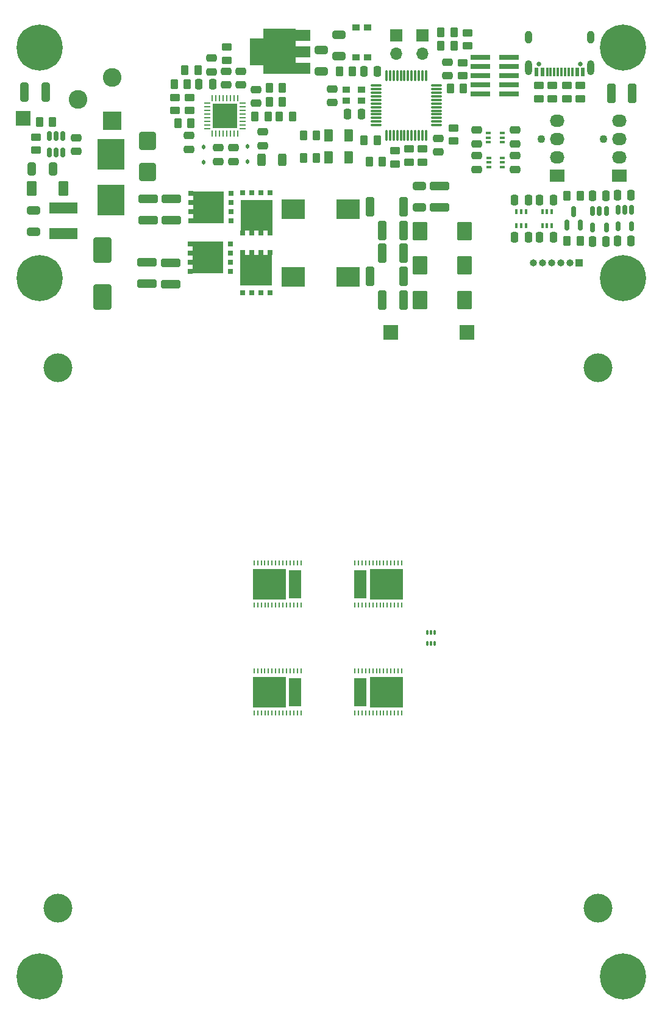
<source format=gts>
G04 #@! TF.GenerationSoftware,KiCad,Pcbnew,7.0.7-7.0.7~ubuntu22.04.1*
G04 #@! TF.CreationDate,2024-03-12T11:13:49+01:00*
G04 #@! TF.ProjectId,qaxe,71617865-2e6b-4696-9361-645f70636258,rev?*
G04 #@! TF.SameCoordinates,Original*
G04 #@! TF.FileFunction,Soldermask,Top*
G04 #@! TF.FilePolarity,Negative*
%FSLAX46Y46*%
G04 Gerber Fmt 4.6, Leading zero omitted, Abs format (unit mm)*
G04 Created by KiCad (PCBNEW 7.0.7-7.0.7~ubuntu22.04.1) date 2024-03-12 11:13:49*
%MOMM*%
%LPD*%
G01*
G04 APERTURE LIST*
G04 Aperture macros list*
%AMRoundRect*
0 Rectangle with rounded corners*
0 $1 Rounding radius*
0 $2 $3 $4 $5 $6 $7 $8 $9 X,Y pos of 4 corners*
0 Add a 4 corners polygon primitive as box body*
4,1,4,$2,$3,$4,$5,$6,$7,$8,$9,$2,$3,0*
0 Add four circle primitives for the rounded corners*
1,1,$1+$1,$2,$3*
1,1,$1+$1,$4,$5*
1,1,$1+$1,$6,$7*
1,1,$1+$1,$8,$9*
0 Add four rect primitives between the rounded corners*
20,1,$1+$1,$2,$3,$4,$5,0*
20,1,$1+$1,$4,$5,$6,$7,0*
20,1,$1+$1,$6,$7,$8,$9,0*
20,1,$1+$1,$8,$9,$2,$3,0*%
G04 Aperture macros list end*
%ADD10RoundRect,0.250000X-0.475000X0.250000X-0.475000X-0.250000X0.475000X-0.250000X0.475000X0.250000X0*%
%ADD11RoundRect,0.250000X0.250000X0.475000X-0.250000X0.475000X-0.250000X-0.475000X0.250000X-0.475000X0*%
%ADD12RoundRect,0.250000X0.650000X-0.325000X0.650000X0.325000X-0.650000X0.325000X-0.650000X-0.325000X0*%
%ADD13R,0.221000X0.792000*%
%ADD14R,1.810000X3.900000*%
%ADD15R,4.530000X4.277000*%
%ADD16RoundRect,0.250000X0.325000X1.100000X-0.325000X1.100000X-0.325000X-1.100000X0.325000X-1.100000X0*%
%ADD17R,3.300000X2.800000*%
%ADD18RoundRect,0.250000X-0.262500X-0.450000X0.262500X-0.450000X0.262500X0.450000X-0.262500X0.450000X0*%
%ADD19RoundRect,0.250000X0.450000X-0.262500X0.450000X0.262500X-0.450000X0.262500X-0.450000X-0.262500X0*%
%ADD20C,0.800000*%
%ADD21C,6.400000*%
%ADD22RoundRect,0.250000X-1.100000X0.325000X-1.100000X-0.325000X1.100000X-0.325000X1.100000X0.325000X0*%
%ADD23RoundRect,0.250000X-0.312500X-1.075000X0.312500X-1.075000X0.312500X1.075000X-0.312500X1.075000X0*%
%ADD24RoundRect,0.112500X-0.112500X0.187500X-0.112500X-0.187500X0.112500X-0.187500X0.112500X0.187500X0*%
%ADD25RoundRect,0.250000X-0.450000X0.262500X-0.450000X-0.262500X0.450000X-0.262500X0.450000X0.262500X0*%
%ADD26RoundRect,0.250000X-0.362500X-1.075000X0.362500X-1.075000X0.362500X1.075000X-0.362500X1.075000X0*%
%ADD27RoundRect,0.250000X0.262500X0.450000X-0.262500X0.450000X-0.262500X-0.450000X0.262500X-0.450000X0*%
%ADD28RoundRect,0.250000X0.475000X-0.250000X0.475000X0.250000X-0.475000X0.250000X-0.475000X-0.250000X0*%
%ADD29C,4.000000*%
%ADD30R,0.700000X0.700000*%
%ADD31R,4.510000X4.350000*%
%ADD32RoundRect,0.250000X0.375000X0.625000X-0.375000X0.625000X-0.375000X-0.625000X0.375000X-0.625000X0*%
%ADD33RoundRect,0.250000X-0.900000X1.000000X-0.900000X-1.000000X0.900000X-1.000000X0.900000X1.000000X0*%
%ADD34R,2.000000X2.000000*%
%ADD35R,0.400000X0.650000*%
%ADD36RoundRect,0.250000X-0.325000X-1.100000X0.325000X-1.100000X0.325000X1.100000X-0.325000X1.100000X0*%
%ADD37R,1.700000X1.700000*%
%ADD38O,1.700000X1.700000*%
%ADD39RoundRect,0.150000X-0.150000X0.512500X-0.150000X-0.512500X0.150000X-0.512500X0.150000X0.512500X0*%
%ADD40R,1.000000X1.000000*%
%ADD41O,1.000000X1.000000*%
%ADD42C,1.100000*%
%ADD43R,2.030000X1.730000*%
%ADD44O,2.030000X1.730000*%
%ADD45R,0.650000X0.400000*%
%ADD46RoundRect,0.250000X1.100000X-0.325000X1.100000X0.325000X-1.100000X0.325000X-1.100000X-0.325000X0*%
%ADD47R,4.350000X4.510000*%
%ADD48RoundRect,0.250000X-0.250000X-0.475000X0.250000X-0.475000X0.250000X0.475000X-0.250000X0.475000X0*%
%ADD49RoundRect,0.250000X0.450000X0.800000X-0.450000X0.800000X-0.450000X-0.800000X0.450000X-0.800000X0*%
%ADD50R,1.000000X0.900000*%
%ADD51RoundRect,0.250000X-1.000000X1.500000X-1.000000X-1.500000X1.000000X-1.500000X1.000000X1.500000X0*%
%ADD52R,4.000000X1.500000*%
%ADD53RoundRect,0.250000X0.312500X0.625000X-0.312500X0.625000X-0.312500X-0.625000X0.312500X-0.625000X0*%
%ADD54RoundRect,0.075000X-0.662500X-0.075000X0.662500X-0.075000X0.662500X0.075000X-0.662500X0.075000X0*%
%ADD55RoundRect,0.075000X-0.075000X-0.662500X0.075000X-0.662500X0.075000X0.662500X-0.075000X0.662500X0*%
%ADD56RoundRect,0.050000X-0.100000X0.285000X-0.100000X-0.285000X0.100000X-0.285000X0.100000X0.285000X0*%
%ADD57R,2.600000X2.600000*%
%ADD58C,2.600000*%
%ADD59R,2.760000X0.650000*%
%ADD60R,3.810000X4.245000*%
%ADD61RoundRect,0.250000X-0.650000X0.325000X-0.650000X-0.325000X0.650000X-0.325000X0.650000X0.325000X0*%
%ADD62RoundRect,0.250000X-0.787500X-1.025000X0.787500X-1.025000X0.787500X1.025000X-0.787500X1.025000X0*%
%ADD63R,2.000000X1.500000*%
%ADD64R,2.000000X3.800000*%
%ADD65RoundRect,0.062500X-0.062500X0.375000X-0.062500X-0.375000X0.062500X-0.375000X0.062500X0.375000X0*%
%ADD66RoundRect,0.062500X-0.375000X0.062500X-0.375000X-0.062500X0.375000X-0.062500X0.375000X0.062500X0*%
%ADD67R,3.450000X3.450000*%
%ADD68RoundRect,0.150000X0.150000X-0.587500X0.150000X0.587500X-0.150000X0.587500X-0.150000X-0.587500X0*%
%ADD69C,0.650000*%
%ADD70R,0.600000X1.150000*%
%ADD71R,0.300000X1.150000*%
%ADD72O,1.000000X2.100000*%
%ADD73O,1.000000X1.800000*%
%ADD74RoundRect,0.250000X0.325000X0.650000X-0.325000X0.650000X-0.325000X-0.650000X0.325000X-0.650000X0*%
G04 APERTURE END LIST*
D10*
X115697000Y-58044000D03*
X115697000Y-59944000D03*
D11*
X133626315Y-69976089D03*
X131726315Y-69976089D03*
D12*
X54150000Y-68565000D03*
X54150000Y-65615000D03*
D13*
X91263000Y-114584000D03*
X90761000Y-114584000D03*
X90259000Y-114584000D03*
X89757000Y-114584000D03*
X89255000Y-114584000D03*
X88753000Y-114584000D03*
X88251000Y-114584000D03*
X87749000Y-114584000D03*
X87247000Y-114584000D03*
X86745000Y-114584000D03*
X86243000Y-114584000D03*
X85741000Y-114584000D03*
X85239000Y-114584000D03*
X84737000Y-114584000D03*
X84750000Y-120416000D03*
X85250000Y-120416000D03*
X85750000Y-120416000D03*
X86250000Y-120416000D03*
X86750000Y-120416000D03*
X87247000Y-120416000D03*
X87750000Y-120416000D03*
X88251000Y-120416000D03*
X88753000Y-120416000D03*
X89255000Y-120416000D03*
X89757000Y-120416000D03*
X90250000Y-120416000D03*
X90761000Y-120416000D03*
X91250000Y-120416000D03*
D14*
X90468000Y-117500000D03*
D15*
X86892000Y-117500000D03*
D16*
X105475000Y-78100000D03*
X102525000Y-78100000D03*
D17*
X90180000Y-65440000D03*
X97790000Y-65440000D03*
D18*
X88257500Y-52590000D03*
X90082500Y-52590000D03*
D19*
X54450000Y-57290000D03*
X54450000Y-55465000D03*
D18*
X54937500Y-53377500D03*
X56762500Y-53377500D03*
D20*
X52600000Y-43000000D03*
X53302944Y-41302944D03*
X53302944Y-44697056D03*
X55000000Y-40600000D03*
D21*
X55000000Y-43000000D03*
D20*
X55000000Y-45400000D03*
X56697056Y-41302944D03*
X56697056Y-44697056D03*
X57400000Y-43000000D03*
D22*
X73200000Y-72900000D03*
X73200000Y-75850000D03*
D23*
X52850000Y-49190000D03*
X55775000Y-49190000D03*
D11*
X137126315Y-63556089D03*
X135226315Y-63556089D03*
D10*
X79770000Y-56955000D03*
X79770000Y-58855000D03*
D19*
X114400000Y-42812500D03*
X114400000Y-40987500D03*
D24*
X83870000Y-56755000D03*
X83870000Y-58855000D03*
D25*
X113726000Y-45142500D03*
X113726000Y-46967500D03*
D26*
X100875000Y-65145000D03*
X105500000Y-65145000D03*
D10*
X85017500Y-48835000D03*
X85017500Y-50735000D03*
D27*
X86692000Y-52570000D03*
X84867000Y-52570000D03*
D28*
X111567000Y-46950000D03*
X111567000Y-45050000D03*
D29*
X132500000Y-162500000D03*
D27*
X112512500Y-42800000D03*
X110687500Y-42800000D03*
D30*
X83125000Y-77080000D03*
X84395000Y-77080000D03*
X85665000Y-77080000D03*
X86935000Y-77080000D03*
D31*
X85030000Y-73950000D03*
D30*
X83125000Y-71480000D03*
X84395000Y-71480000D03*
X85665000Y-71480000D03*
X86935000Y-71480000D03*
D32*
X97900000Y-58293000D03*
X95100000Y-58293000D03*
D10*
X120965000Y-54503000D03*
X120965000Y-56403000D03*
D33*
X69960000Y-56020000D03*
X69960000Y-60320000D03*
D34*
X103700000Y-82600000D03*
D35*
X124775200Y-67726600D03*
X125425200Y-67726600D03*
X126075200Y-67726600D03*
X126075200Y-65826600D03*
X125425200Y-65826600D03*
X124775200Y-65826600D03*
D36*
X134350000Y-49400000D03*
X137300000Y-49400000D03*
D11*
X122826315Y-64176089D03*
X120926315Y-64176089D03*
D37*
X108100000Y-41325000D03*
D38*
X108100000Y-43865000D03*
D39*
X137176315Y-65576089D03*
X136226315Y-65576089D03*
X135276315Y-65576089D03*
X135276315Y-67851089D03*
X137176315Y-67851089D03*
D40*
X129875000Y-72900000D03*
D41*
X128605000Y-72900000D03*
X127335000Y-72900000D03*
X126065000Y-72900000D03*
X124795000Y-72900000D03*
X123525000Y-72900000D03*
D19*
X124300000Y-50112500D03*
X124300000Y-48287500D03*
D28*
X75670000Y-57140000D03*
X75670000Y-55240000D03*
D42*
X133303000Y-55740000D03*
D43*
X135463000Y-60820000D03*
D44*
X135463000Y-58280000D03*
X135463000Y-55740000D03*
X135463000Y-53200000D03*
D34*
X114300000Y-82600000D03*
D19*
X106261500Y-58949500D03*
X106261500Y-57124500D03*
D29*
X57500000Y-162500000D03*
D37*
X104500000Y-41325000D03*
D38*
X104500000Y-43865000D03*
D29*
X57500000Y-87500000D03*
D12*
X107700000Y-65175000D03*
X107700000Y-62225000D03*
D19*
X128200000Y-50112500D03*
X128200000Y-48287500D03*
D18*
X86870000Y-48605000D03*
X88695000Y-48605000D03*
D19*
X130100000Y-50112500D03*
X130100000Y-48287500D03*
D45*
X117312400Y-54899800D03*
X117312400Y-55549800D03*
X117312400Y-56199800D03*
X119212400Y-56199800D03*
X119212400Y-55549800D03*
X119212400Y-54899800D03*
D27*
X88695000Y-50605000D03*
X86870000Y-50605000D03*
D46*
X110500000Y-65175000D03*
X110500000Y-62225000D03*
D26*
X100887500Y-74825001D03*
X105512500Y-74825001D03*
D30*
X81539000Y-67105000D03*
X81539000Y-65835000D03*
X81539000Y-64565000D03*
X81539000Y-63295000D03*
D47*
X78409000Y-65200000D03*
D30*
X75939000Y-67105000D03*
X75939000Y-65835000D03*
X75939000Y-64565000D03*
X75939000Y-63295000D03*
D10*
X60050000Y-55540000D03*
X60050000Y-57440000D03*
D48*
X124426315Y-69376089D03*
X126326315Y-69376089D03*
D27*
X113812500Y-48700000D03*
X111987500Y-48700000D03*
D10*
X121031000Y-58044000D03*
X121031000Y-59944000D03*
D35*
X122493800Y-65826600D03*
X121843800Y-65826600D03*
X121193800Y-65826600D03*
X121193800Y-67726600D03*
X121843800Y-67726600D03*
X122493800Y-67726600D03*
D46*
X73250000Y-66975000D03*
X73250000Y-64025000D03*
D10*
X110363000Y-55652000D03*
X110363000Y-57552000D03*
D20*
X133600000Y-43000000D03*
X134302944Y-41302944D03*
X134302944Y-44697056D03*
X136000000Y-40600000D03*
D21*
X136000000Y-43000000D03*
D20*
X136000000Y-45400000D03*
X137697056Y-41302944D03*
X137697056Y-44697056D03*
X138400000Y-43000000D03*
D30*
X81500000Y-74105000D03*
X81500000Y-72835000D03*
X81500000Y-71565000D03*
X81500000Y-70295000D03*
D47*
X78370000Y-72200000D03*
D30*
X75900000Y-74105000D03*
X75900000Y-72835000D03*
X75900000Y-71565000D03*
X75900000Y-70295000D03*
D18*
X100015000Y-55878000D03*
X101840000Y-55878000D03*
D32*
X97899750Y-55199000D03*
X95099750Y-55199000D03*
D49*
X58250000Y-62590000D03*
X53850000Y-62590000D03*
D29*
X132500000Y-87500000D03*
D19*
X104300000Y-59175000D03*
X104300000Y-57350000D03*
D50*
X97538000Y-50386000D03*
X99688000Y-50386000D03*
X99688000Y-48836000D03*
X97538000Y-48836000D03*
D13*
X91263000Y-129584000D03*
X90761000Y-129584000D03*
X90259000Y-129584000D03*
X89757000Y-129584000D03*
X89255000Y-129584000D03*
X88753000Y-129584000D03*
X88251000Y-129584000D03*
X87749000Y-129584000D03*
X87247000Y-129584000D03*
X86745000Y-129584000D03*
X86243000Y-129584000D03*
X85741000Y-129584000D03*
X85239000Y-129584000D03*
X84737000Y-129584000D03*
X84750000Y-135416000D03*
X85250000Y-135416000D03*
X85750000Y-135416000D03*
X86250000Y-135416000D03*
X86750000Y-135416000D03*
X87247000Y-135416000D03*
X87750000Y-135416000D03*
X88251000Y-135416000D03*
X88753000Y-135416000D03*
X89255000Y-135416000D03*
X89757000Y-135416000D03*
X90250000Y-135416000D03*
X90761000Y-135416000D03*
X91250000Y-135416000D03*
D14*
X90468000Y-132500000D03*
D15*
X86892000Y-132500000D03*
D28*
X82870000Y-48240000D03*
X82870000Y-46340000D03*
D11*
X122826315Y-69376089D03*
X120926315Y-69376089D03*
D19*
X108166500Y-58949500D03*
X108166500Y-57124500D03*
D20*
X133600000Y-172000000D03*
X134302944Y-170302944D03*
X134302944Y-173697056D03*
X136000000Y-169600000D03*
D21*
X136000000Y-172000000D03*
D20*
X136000000Y-174400000D03*
X137697056Y-170302944D03*
X137697056Y-173697056D03*
X138400000Y-172000000D03*
D16*
X105475000Y-68400000D03*
X102525000Y-68400000D03*
D25*
X73780000Y-49945000D03*
X73780000Y-51770000D03*
D19*
X126200000Y-50112500D03*
X126200000Y-48287500D03*
D51*
X63710000Y-71150000D03*
X63710000Y-77650000D03*
D39*
X58200000Y-55340000D03*
X57250000Y-55340000D03*
X56300000Y-55340000D03*
X56300000Y-57615000D03*
X57250000Y-57615000D03*
X58200000Y-57615000D03*
D13*
X98737000Y-120416000D03*
X99239000Y-120416000D03*
X99741000Y-120416000D03*
X100243000Y-120416000D03*
X100745000Y-120416000D03*
X101247000Y-120416000D03*
X101749000Y-120416000D03*
X102251000Y-120416000D03*
X102753000Y-120416000D03*
X103255000Y-120416000D03*
X103757000Y-120416000D03*
X104259000Y-120416000D03*
X104761000Y-120416000D03*
X105263000Y-120416000D03*
X105250000Y-114584000D03*
X104750000Y-114584000D03*
X104250000Y-114584000D03*
X103750000Y-114584000D03*
X103250000Y-114584000D03*
X102753000Y-114584000D03*
X102250000Y-114584000D03*
X101749000Y-114584000D03*
X101247000Y-114584000D03*
X100745000Y-114584000D03*
X100243000Y-114584000D03*
X99750000Y-114584000D03*
X99239000Y-114584000D03*
X98750000Y-114584000D03*
D14*
X99532000Y-117500000D03*
D15*
X103108000Y-117500000D03*
D11*
X137126315Y-69856089D03*
X135226315Y-69856089D03*
D52*
X58250000Y-65290000D03*
X58250000Y-68890000D03*
D18*
X91589250Y-55245000D03*
X93414250Y-55245000D03*
D27*
X130058815Y-69876089D03*
X128233815Y-69876089D03*
D48*
X124426315Y-64176089D03*
X126326315Y-64176089D03*
D18*
X74147500Y-53520000D03*
X75972500Y-53520000D03*
D28*
X80870000Y-48230000D03*
X80870000Y-46330000D03*
D39*
X133676315Y-65696089D03*
X132726315Y-65696089D03*
X131776315Y-65696089D03*
X131776315Y-67971089D03*
X133676315Y-67971089D03*
D20*
X52600000Y-75000000D03*
X53302944Y-73302944D03*
X53302944Y-76697056D03*
X55000000Y-72600000D03*
D21*
X55000000Y-75000000D03*
D20*
X55000000Y-77400000D03*
X56697056Y-73302944D03*
X56697056Y-76697056D03*
X57400000Y-75000000D03*
D11*
X101880500Y-46300000D03*
X99980500Y-46300000D03*
D48*
X131726315Y-63576089D03*
X133626315Y-63576089D03*
D13*
X98737000Y-135416000D03*
X99239000Y-135416000D03*
X99741000Y-135416000D03*
X100243000Y-135416000D03*
X100745000Y-135416000D03*
X101247000Y-135416000D03*
X101749000Y-135416000D03*
X102251000Y-135416000D03*
X102753000Y-135416000D03*
X103255000Y-135416000D03*
X103757000Y-135416000D03*
X104259000Y-135416000D03*
X104761000Y-135416000D03*
X105263000Y-135416000D03*
X105250000Y-129584000D03*
X104750000Y-129584000D03*
X104250000Y-129584000D03*
X103750000Y-129584000D03*
X103250000Y-129584000D03*
X102753000Y-129584000D03*
X102250000Y-129584000D03*
X101749000Y-129584000D03*
X101247000Y-129584000D03*
X100745000Y-129584000D03*
X100243000Y-129584000D03*
X99750000Y-129584000D03*
X99239000Y-129584000D03*
X98750000Y-129584000D03*
D14*
X99532000Y-132500000D03*
D15*
X103108000Y-132500000D03*
D42*
X124667000Y-55740000D03*
D43*
X126827000Y-60820000D03*
D44*
X126827000Y-58280000D03*
X126827000Y-55740000D03*
X126827000Y-53200000D03*
D20*
X133600000Y-75000000D03*
X134302944Y-73302944D03*
X134302944Y-76697056D03*
X136000000Y-72600000D03*
D21*
X136000000Y-75000000D03*
D20*
X136000000Y-77400000D03*
X137697056Y-73302944D03*
X137697056Y-76697056D03*
X138400000Y-75000000D03*
D19*
X75770000Y-51792500D03*
X75770000Y-49967500D03*
D11*
X99650000Y-52222400D03*
X97750000Y-52222400D03*
D53*
X88672500Y-58580000D03*
X85747500Y-58580000D03*
D28*
X78870000Y-46405000D03*
X78870000Y-44505000D03*
D27*
X75470000Y-48105000D03*
X73645000Y-48105000D03*
D54*
X101718000Y-48302000D03*
X101718000Y-48802000D03*
X101718000Y-49302000D03*
X101718000Y-49802000D03*
X101718000Y-50302000D03*
X101718000Y-50802000D03*
X101718000Y-51302000D03*
X101718000Y-51802000D03*
X101718000Y-52302000D03*
X101718000Y-52802000D03*
X101718000Y-53302000D03*
X101718000Y-53802000D03*
D55*
X103130500Y-55214500D03*
X103630500Y-55214500D03*
X104130500Y-55214500D03*
X104630500Y-55214500D03*
X105130500Y-55214500D03*
X105630500Y-55214500D03*
X106130500Y-55214500D03*
X106630500Y-55214500D03*
X107130500Y-55214500D03*
X107630500Y-55214500D03*
X108130500Y-55214500D03*
X108630500Y-55214500D03*
D54*
X110043000Y-53802000D03*
X110043000Y-53302000D03*
X110043000Y-52802000D03*
X110043000Y-52302000D03*
X110043000Y-51802000D03*
X110043000Y-51302000D03*
X110043000Y-50802000D03*
X110043000Y-50302000D03*
X110043000Y-49802000D03*
X110043000Y-49302000D03*
X110043000Y-48802000D03*
X110043000Y-48302000D03*
D55*
X108630500Y-46889500D03*
X108130500Y-46889500D03*
X107630500Y-46889500D03*
X107130500Y-46889500D03*
X106630500Y-46889500D03*
X106130500Y-46889500D03*
X105630500Y-46889500D03*
X105130500Y-46889500D03*
X104630500Y-46889500D03*
X104130500Y-46889500D03*
X103630500Y-46889500D03*
X103130500Y-46889500D03*
D56*
X109850000Y-124260000D03*
X109350000Y-124260000D03*
X108850000Y-124260000D03*
X108850000Y-125740000D03*
X109350000Y-125740000D03*
X109850000Y-125740000D03*
D34*
X52650000Y-52890000D03*
D57*
X65000000Y-53200000D03*
D58*
X65000000Y-47200000D03*
X60300000Y-50200000D03*
D59*
X120191000Y-49484000D03*
X116151000Y-49484000D03*
X120191000Y-48214000D03*
X116151000Y-48214000D03*
X120191000Y-46944000D03*
X116151000Y-46944000D03*
X120191000Y-45674000D03*
X116151000Y-45674000D03*
X120191000Y-44404000D03*
X116151000Y-44404000D03*
D16*
X105475000Y-71600000D03*
X102525000Y-71600000D03*
D60*
X64900000Y-64187500D03*
X64900000Y-57812500D03*
D61*
X96500000Y-41238000D03*
X96500000Y-44188000D03*
D18*
X91589500Y-58339000D03*
X93414500Y-58339000D03*
X96587500Y-46300000D03*
X98412500Y-46300000D03*
D62*
X107787500Y-78100000D03*
X114012500Y-78100000D03*
D17*
X90180000Y-74838000D03*
X97790000Y-74838000D03*
D10*
X95565000Y-48788000D03*
X95565000Y-50688000D03*
D63*
X91522000Y-45902000D03*
X91522000Y-43602000D03*
D64*
X85222000Y-43602000D03*
D63*
X91522000Y-41302000D03*
D27*
X112512500Y-40900000D03*
X110687500Y-40900000D03*
D65*
X82457500Y-50067500D03*
X81957500Y-50067500D03*
X81457500Y-50067500D03*
X80957500Y-50067500D03*
X80457500Y-50067500D03*
X79957500Y-50067500D03*
X79457500Y-50067500D03*
X78957500Y-50067500D03*
D66*
X78270000Y-50755000D03*
X78270000Y-51255000D03*
X78270000Y-51755000D03*
X78270000Y-52255000D03*
X78270000Y-52755000D03*
X78270000Y-53255000D03*
X78270000Y-53755000D03*
X78270000Y-54255000D03*
D65*
X78957500Y-54942500D03*
X79457500Y-54942500D03*
X79957500Y-54942500D03*
X80457500Y-54942500D03*
X80957500Y-54942500D03*
X81457500Y-54942500D03*
X81957500Y-54942500D03*
X82457500Y-54942500D03*
D66*
X83145000Y-54255000D03*
X83145000Y-53755000D03*
X83145000Y-53255000D03*
X83145000Y-52755000D03*
X83145000Y-52255000D03*
X83145000Y-51755000D03*
X83145000Y-51255000D03*
X83145000Y-50755000D03*
D67*
X80707500Y-52505000D03*
D50*
X100500000Y-40250000D03*
X100500000Y-44350000D03*
X98900000Y-40250000D03*
X98900000Y-44350000D03*
D10*
X115631000Y-54503000D03*
X115631000Y-56403000D03*
D68*
X128196315Y-67703589D03*
X130096315Y-67703589D03*
X129146315Y-65828589D03*
D30*
X87000000Y-63187500D03*
X85730000Y-63187500D03*
X84460000Y-63187500D03*
X83190000Y-63187500D03*
D31*
X85095000Y-66317500D03*
D30*
X87000000Y-68787500D03*
X85730000Y-68787500D03*
X84460000Y-68787500D03*
X83190000Y-68787500D03*
D69*
X130090000Y-45305000D03*
X124310000Y-45305000D03*
D70*
X130400000Y-46380000D03*
X129600000Y-46380000D03*
D71*
X128450000Y-46380000D03*
X127450000Y-46380000D03*
X126950000Y-46380000D03*
X125950000Y-46380000D03*
D70*
X124800000Y-46380000D03*
X124000000Y-46380000D03*
X124000000Y-46380000D03*
X124800000Y-46380000D03*
D71*
X125450000Y-46380000D03*
X126450000Y-46380000D03*
X127950000Y-46380000D03*
X128950000Y-46380000D03*
D70*
X129600000Y-46380000D03*
X130400000Y-46380000D03*
D72*
X131520000Y-45805000D03*
D73*
X131520000Y-41625000D03*
D72*
X122880000Y-45805000D03*
D73*
X122880000Y-41625000D03*
D45*
X117363200Y-58328800D03*
X117363200Y-58978800D03*
X117363200Y-59628800D03*
X119263200Y-59628800D03*
X119263200Y-58978800D03*
X119263200Y-58328800D03*
D62*
X107787500Y-68500000D03*
X114012500Y-68500000D03*
D22*
X69900000Y-72875000D03*
X69900000Y-75825000D03*
D46*
X70000000Y-66975000D03*
X70000000Y-64025000D03*
D24*
X77770000Y-56855000D03*
X77770000Y-58955000D03*
D11*
X78970000Y-48155000D03*
X77070000Y-48155000D03*
D27*
X76970000Y-46205000D03*
X75145000Y-46205000D03*
D28*
X81870000Y-58855000D03*
X81870000Y-56955000D03*
D62*
X107787500Y-73300000D03*
X114012500Y-73300000D03*
D10*
X85970000Y-54755000D03*
X85970000Y-56655000D03*
D18*
X100737500Y-58900000D03*
X102562500Y-58900000D03*
X128233815Y-63576089D03*
X130058815Y-63576089D03*
D19*
X112413000Y-56028500D03*
X112413000Y-54203500D03*
D74*
X56825000Y-59890000D03*
X53875000Y-59890000D03*
D61*
X94087000Y-43397000D03*
X94087000Y-46347000D03*
D20*
X52600000Y-172000000D03*
X53302944Y-170302944D03*
X53302944Y-173697056D03*
X55000000Y-169600000D03*
D21*
X55000000Y-172000000D03*
D20*
X55000000Y-174400000D03*
X56697056Y-170302944D03*
X56697056Y-173697056D03*
X57400000Y-172000000D03*
D19*
X80970000Y-44805000D03*
X80970000Y-42980000D03*
G36*
X90486039Y-40419685D02*
G01*
X90531794Y-40472489D01*
X90543000Y-40524000D01*
X90543000Y-46576000D01*
X90523315Y-46643039D01*
X90470511Y-46688794D01*
X90419000Y-46700000D01*
X86124000Y-46700000D01*
X86056961Y-46680315D01*
X86011206Y-46627511D01*
X86000000Y-46576000D01*
X86000000Y-40524000D01*
X86019685Y-40456961D01*
X86072489Y-40411206D01*
X86124000Y-40400000D01*
X90419000Y-40400000D01*
X90486039Y-40419685D01*
G37*
M02*

</source>
